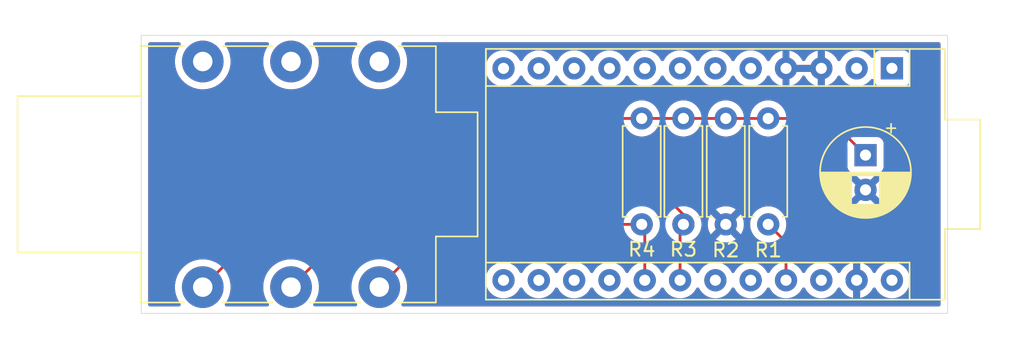
<source format=kicad_pcb>
(kicad_pcb (version 20241229) (generator "pcbnew") (generator_version "9.0")
  (layers (0 "F.Cu" signal) (2 "B.Cu" signal) (13 "F.Paste" user) (15 "B.Paste" user) (5 "F.SilkS" user "F.Silkscreen") (7 "B.SilkS" user "B.Silkscreen") (1 "F.Mask" user) (3 "B.Mask" user) (25 "Edge.Cuts" user))
  (net 0 "")
  (net 19 "GND")
  (net 20 "2.5V")
  (net 21 "Net-(U1-D18{slash}A0)")
  (net 22 "Net-(U1-D19{slash}A1)")
  (net 23 "+5V")
  (footprint "Resistor_THT:R_Axial_DIN0207_L6.3mm_D2.5mm_P7.62mm_Horizontal" (layer "F.Cu") (at 198.15 76.53 -90)
    (property "Reference" "R3" (at 9.42 0 0) (layer "F.SilkS"))
    (property "Value" "1M")
    (fp_line (start 0.54 1.37) (end 7.08 1.37) (stroke (width 0.12)) (layer "F.SilkS"))
    (fp_line (start 7.08 1.37) (end 7.08 1.04) (stroke (width 0.12)) (layer "F.SilkS"))
    (fp_line (start 0.54 1.04) (end 0.54 1.37) (stroke (width 0.12)) (layer "F.SilkS"))
    (fp_line (start 0.54 -1.04) (end 0.54 -1.37) (stroke (width 0.12)) (layer "F.SilkS"))
    (fp_line (start 0.54 -1.37) (end 7.08 -1.37) (stroke (width 0.12)) (layer "F.SilkS"))
    (fp_line (start 7.08 -1.37) (end 7.08 -1.04) (stroke (width 0.12)) (layer "F.SilkS"))
    (pad "1" thru_hole circle (at 0 0 270) (size 1.6 1.6) (drill 0.8) (layers "*.Cu" "*.Mask") (net 20 "2.5V"))
    (pad "2" thru_hole oval (at 7.62 0 270) (size 1.6 1.6) (drill 0.8) (layers "*.Cu" "*.Mask") (net 22 "Net-(U1-D19{slash}A1)"))
  )
  (footprint "footprints:Sparkfun_Pro_Micro" (layer "F.Cu") (at 185.21 88.1685 90)
    (property "Reference" "U1" (hide yes))
    (property "Value" "Sparkfun_Pro_Micro")
    (fp_line (start 16.637 -1.27) (end 1.27 -1.27) (stroke (width 0.12)) (layer "F.SilkS"))
    (fp_line (start 13.97 -1.27) (end 16.64 -1.27) (stroke (width 0.12)) (layer "F.SilkS"))
    (fp_line (start 13.97 -1.27) (end 13.97 29.21) (stroke (width 0.12)) (layer "F.SilkS"))
    (fp_line (start 1.27 -1.27) (end -1.397 -1.27) (stroke (width 0.12)) (layer "F.SilkS"))
    (fp_line (start -1.397 -1.27) (end -1.397 31.75) (stroke (width 0.12)) (layer "F.SilkS"))
    (fp_line (start 1.27 1.27) (end 1.27 -1.27) (stroke (width 0.12)) (layer "F.SilkS"))
    (fp_line (start 1.27 1.27) (end 1.27 29.21) (stroke (width 0.12)) (layer "F.SilkS"))
    (fp_line (start 13.97 26.67) (end 16.64 26.67) (stroke (width 0.12)) (layer "F.SilkS"))
    (fp_line (start 13.97 29.21) (end 16.64 29.21) (stroke (width 0.12)) (layer "F.SilkS"))
    (fp_line (start 1.27 29.21) (end -1.4 29.21) (stroke (width 0.12)) (layer "F.SilkS"))
    (fp_line (start 16.637 31.75) (end 16.64 -1.27) (stroke (width 0.12)) (layer "F.SilkS"))
    (fp_line (start 11.557 31.75) (end 16.637 31.75) (stroke (width 0.12)) (layer "F.SilkS"))
    (fp_line (start -1.397 31.75) (end 3.683 31.75) (stroke (width 0.12)) (layer "F.SilkS"))
    (fp_line (start 11.557 34.29) (end 11.557 31.75) (stroke (width 0.12)) (layer "F.SilkS"))
    (fp_line (start 3.683 34.29) (end 3.683 31.75) (stroke (width 0.12)) (layer "F.SilkS"))
    (fp_line (start 3.683 34.29) (end 11.557 34.29) (stroke (width 0.12)) (layer "F.SilkS"))
    (pad "1" thru_hole rect (at 15.24 27.94 90) (size 1.6 1.6) (drill 0.8) (layers "*.Cu" "*.Mask"))
    (pad "2" thru_hole oval (at 15.24 25.4 90) (size 1.6 1.6) (drill 0.8) (layers "*.Cu" "*.Mask"))
    (pad "3" thru_hole oval (at 15.24 22.86 90) (size 1.6 1.6) (drill 0.8) (layers "*.Cu" "*.Mask") (net 19 "GND"))
    (pad "4" thru_hole oval (at 15.24 20.32 90) (size 1.6 1.6) (drill 0.8) (layers "*.Cu" "*.Mask") (net 19 "GND"))
    (pad "5" thru_hole oval (at 15.24 17.78 90) (size 1.6 1.6) (drill 0.8) (layers "*.Cu" "*.Mask"))
    (pad "6" thru_hole oval (at 15.24 15.24 90) (size 1.6 1.6) (drill 0.8) (layers "*.Cu" "*.Mask"))
    (pad "7" thru_hole oval (at 15.24 12.7 90) (size 1.6 1.6) (drill 0.8) (layers "*.Cu" "*.Mask"))
    (pad "8" thru_hole oval (at 15.24 10.16 90) (size 1.6 1.6) (drill 0.8) (layers "*.Cu" "*.Mask"))
    (pad "9" thru_hole oval (at 15.24 7.62 90) (size 1.6 1.6) (drill 0.8) (layers "*.Cu" "*.Mask"))
    (pad "10" thru_hole oval (at 15.24 5.08 90) (size 1.6 1.6) (drill 0.8) (layers "*.Cu" "*.Mask"))
    (pad "11" thru_hole oval (at 15.24 2.54 90) (size 1.6 1.6) (drill 0.8) (layers "*.Cu" "*.Mask"))
    (pad "12" thru_hole oval (at 15.24 0 90) (size 1.6 1.6) (drill 0.8) (layers "*.Cu" "*.Mask"))
    (pad "13" thru_hole oval (at 0 0 90) (size 1.6 1.6) (drill 0.8) (layers "*.Cu" "*.Mask"))
    (pad "14" thru_hole oval (at 0 2.54 90) (size 1.6 1.6) (drill 0.8) (layers "*.Cu" "*.Mask"))
    (pad "15" thru_hole oval (at 0 5.08 90) (size 1.6 1.6) (drill 0.8) (layers "*.Cu" "*.Mask"))
    (pad "16" thru_hole oval (at 0 7.62 90) (size 1.6 1.6) (drill 0.8) (layers "*.Cu" "*.Mask"))
    (pad "17" thru_hole oval (at 0 10.16 90) (size 1.6 1.6) (drill 0.8) (layers "*.Cu" "*.Mask") (net 21 "Net-(U1-D18{slash}A0)"))
    (pad "18" thru_hole oval (at 0 12.7 90) (size 1.6 1.6) (drill 0.8) (layers "*.Cu" "*.Mask") (net 22 "Net-(U1-D19{slash}A1)"))
    (pad "19" thru_hole oval (at 0 15.24 90) (size 1.6 1.6) (drill 0.8) (layers "*.Cu" "*.Mask"))
    (pad "20" thru_hole oval (at 0 17.78 90) (size 1.6 1.6) (drill 0.8) (layers "*.Cu" "*.Mask"))
    (pad "21" thru_hole oval (at 0 20.32 90) (size 1.6 1.6) (drill 0.8) (layers "*.Cu" "*.Mask") (net 23 "+5V"))
    (pad "22" thru_hole oval (at 0 22.86 90) (size 1.6 1.6) (drill 0.8) (layers "*.Cu" "*.Mask"))
    (pad "23" thru_hole oval (at 0 25.4 90) (size 1.6 1.6) (drill 0.8) (layers "*.Cu" "*.Mask") (net 19 "GND"))
    (pad "24" thru_hole oval (at 0 27.94 90) (size 1.6 1.6) (drill 0.8) (layers "*.Cu" "*.Mask"))
  )
  (footprint "Capacitor_THT:CP_Radial_D6.3mm_P2.50mm" (layer "F.Cu") (at 211.25 79.167621 -90)
    (property "Reference" "C1" (hide yes))
    (property "Value" "100u")
    (fp_line (start 1.49 1.04) (end 1.49 3.222) (stroke (width 0.12)) (layer "F.SilkS"))
    (fp_line (start 1.53 1.04) (end 1.53 3.218) (stroke (width 0.12)) (layer "F.SilkS"))
    (fp_line (start 1.57 1.04) (end 1.57 3.215) (stroke (width 0.12)) (layer "F.SilkS"))
    (fp_line (start 1.61 1.04) (end 1.61 3.211) (stroke (width 0.12)) (layer "F.SilkS"))
    (fp_line (start 1.65 1.04) (end 1.65 3.206) (stroke (width 0.12)) (layer "F.SilkS"))
    (fp_line (start 1.69 1.04) (end 1.69 3.201) (stroke (width 0.12)) (layer "F.SilkS"))
    (fp_line (start 1.73 1.04) (end 1.73 3.195) (stroke (width 0.12)) (layer "F.SilkS"))
    (fp_line (start 1.77 1.04) (end 1.77 3.189) (stroke (width 0.12)) (layer "F.SilkS"))
    (fp_line (start 1.81 1.04) (end 1.81 3.182) (stroke (width 0.12)) (layer "F.SilkS"))
    (fp_line (start 1.85 1.04) (end 1.85 3.175) (stroke (width 0.12)) (layer "F.SilkS"))
    (fp_line (start 1.89 1.04) (end 1.89 3.167) (stroke (width 0.12)) (layer "F.SilkS"))
    (fp_line (start 1.93 1.04) (end 1.93 3.159) (stroke (width 0.12)) (layer "F.SilkS"))
    (fp_line (start 1.971 1.04) (end 1.971 3.15) (stroke (width 0.12)) (layer "F.SilkS"))
    (fp_line (start 2.011 1.04) (end 2.011 3.141) (stroke (width 0.12)) (layer "F.SilkS"))
    (fp_line (start 2.051 1.04) (end 2.051 3.131) (stroke (width 0.12)) (layer "F.SilkS"))
    (fp_line (start 2.091 1.04) (end 2.091 3.121) (stroke (width 0.12)) (layer "F.SilkS"))
    (fp_line (start 2.131 1.04) (end 2.131 3.11) (stroke (width 0.12)) (layer "F.SilkS"))
    (fp_line (start 2.171 1.04) (end 2.171 3.098) (stroke (width 0.12)) (layer "F.SilkS"))
    (fp_line (start 2.211 1.04) (end 2.211 3.086) (stroke (width 0.12)) (layer "F.SilkS"))
    (fp_line (start 2.251 1.04) (end 2.251 3.074) (stroke (width 0.12)) (layer "F.SilkS"))
    (fp_line (start 2.291 1.04) (end 2.291 3.061) (stroke (width 0.12)) (layer "F.SilkS"))
    (fp_line (start 2.331 1.04) (end 2.331 3.047) (stroke (width 0.12)) (layer "F.SilkS"))
    (fp_line (start 2.371 1.04) (end 2.371 3.033) (stroke (width 0.12)) (layer "F.SilkS"))
    (fp_line (start 2.411 1.04) (end 2.411 3.018) (stroke (width 0.12)) (layer "F.SilkS"))
    (fp_line (start 2.451 1.04) (end 2.451 3.002) (stroke (width 0.12)) (layer "F.SilkS"))
    (fp_line (start 2.491 1.04) (end 2.491 2.986) (stroke (width 0.12)) (layer "F.SilkS"))
    (fp_line (start 2.531 1.04) (end 2.531 2.97) (stroke (width 0.12)) (layer "F.SilkS"))
    (fp_line (start 2.571 1.04) (end 2.571 2.952) (stroke (width 0.12)) (layer "F.SilkS"))
    (fp_line (start 2.611 1.04) (end 2.611 2.934) (stroke (width 0.12)) (layer "F.SilkS"))
    (fp_line (start 2.651 1.04) (end 2.651 2.916) (stroke (width 0.12)) (layer "F.SilkS"))
    (fp_line (start 2.691 1.04) (end 2.691 2.896) (stroke (width 0.12)) (layer "F.SilkS"))
    (fp_line (start 2.731 1.04) (end 2.731 2.876) (stroke (width 0.12)) (layer "F.SilkS"))
    (fp_line (start 2.771 1.04) (end 2.771 2.856) (stroke (width 0.12)) (layer "F.SilkS"))
    (fp_line (start 2.811 1.04) (end 2.811 2.834) (stroke (width 0.12)) (layer "F.SilkS"))
    (fp_line (start 2.851 1.04) (end 2.851 2.812) (stroke (width 0.12)) (layer "F.SilkS"))
    (fp_line (start 2.891 1.04) (end 2.891 2.79) (stroke (width 0.12)) (layer "F.SilkS"))
    (fp_line (start 2.931 1.04) (end 2.931 2.766) (stroke (width 0.12)) (layer "F.SilkS"))
    (fp_line (start 2.971 1.04) (end 2.971 2.742) (stroke (width 0.12)) (layer "F.SilkS"))
    (fp_line (start 3.011 1.04) (end 3.011 2.716) (stroke (width 0.12)) (layer "F.SilkS"))
    (fp_line (start 3.051 1.04) (end 3.051 2.69) (stroke (width 0.12)) (layer "F.SilkS"))
    (fp_line (start 3.091 1.04) (end 3.091 2.664) (stroke (width 0.12)) (layer "F.SilkS"))
    (fp_line (start 3.131 1.04) (end 3.131 2.636) (stroke (width 0.12)) (layer "F.SilkS"))
    (fp_line (start 3.171 1.04) (end 3.171 2.607) (stroke (width 0.12)) (layer "F.SilkS"))
    (fp_line (start 3.211 1.04) (end 3.211 2.578) (stroke (width 0.12)) (layer "F.SilkS"))
    (fp_line (start 3.251 1.04) (end 3.251 2.548) (stroke (width 0.12)) (layer "F.SilkS"))
    (fp_line (start 3.291 1.04) (end 3.291 2.516) (stroke (width 0.12)) (layer "F.SilkS"))
    (fp_line (start 3.331 1.04) (end 3.331 2.484) (stroke (width 0.12)) (layer "F.SilkS"))
    (fp_line (start 3.371 1.04) (end 3.371 2.45) (stroke (width 0.12)) (layer "F.SilkS"))
    (fp_line (start 3.411 1.04) (end 3.411 2.416) (stroke (width 0.12)) (layer "F.SilkS"))
    (fp_line (start 3.451 1.04) (end 3.451 2.38) (stroke (width 0.12)) (layer "F.SilkS"))
    (fp_line (start 3.491 1.04) (end 3.491 2.343) (stroke (width 0.12)) (layer "F.SilkS"))
    (fp_line (start 3.531 1.04) (end 3.531 2.305) (stroke (width 0.12)) (layer "F.SilkS"))
    (fp_line (start 4.491 -0.402) (end 4.491 0.402) (stroke (width 0.12)) (layer "F.SilkS"))
    (fp_line (start 4.451 -0.633) (end 4.451 0.633) (stroke (width 0.12)) (layer "F.SilkS"))
    (fp_line (start 4.411 -0.802) (end 4.411 0.802) (stroke (width 0.12)) (layer "F.SilkS"))
    (fp_line (start 4.371 -0.94) (end 4.371 0.94) (stroke (width 0.12)) (layer "F.SilkS"))
    (fp_line (start 4.331 -1.059) (end 4.331 1.059) (stroke (width 0.12)) (layer "F.SilkS"))
    (fp_line (start 4.291 -1.165) (end 4.291 1.165) (stroke (width 0.12)) (layer "F.SilkS"))
    (fp_line (start 4.251 -1.262) (end 4.251 1.262) (stroke (width 0.12)) (layer "F.SilkS"))
    (fp_line (start 4.211 -1.35) (end 4.211 1.35) (stroke (width 0.12)) (layer "F.SilkS"))
    (fp_line (start 4.171 -1.432) (end 4.171 1.432) (stroke (width 0.12)) (layer "F.SilkS"))
    (fp_line (start 4.131 -1.509) (end 4.131 1.509) (stroke (width 0.12)) (layer "F.SilkS"))
    (fp_line (start 4.091 -1.581) (end 4.091 1.581) (stroke (width 0.12)) (layer "F.SilkS"))
    (fp_line (start 4.051 -1.65) (end 4.051 1.65) (stroke (width 0.12)) (layer "F.SilkS"))
    (fp_line (start 4.011 -1.714) (end 4.011 1.714) (stroke (width 0.12)) (layer "F.SilkS"))
    (fp_line (start 3.971 -1.776) (end 3.971 1.776) (stroke (width 0.12)) (layer "F.SilkS"))
    (fp_line (start 3.931 -1.834) (end 3.931 1.834) (stroke (width 0.12)) (layer "F.SilkS"))
    (fp_line (start -2.250241 -1.839) (end -1.620241 -1.839) (stroke (width 0.12)) (layer "F.SilkS"))
    (fp_line (start 3.891 -1.89) (end 3.891 1.89) (stroke (width 0.12)) (layer "F.SilkS"))
    (fp_line (start 3.851 -1.944) (end 3.851 1.944) (stroke (width 0.12)) (layer "F.SilkS"))
    (fp_line (start 3.811 -1.995) (end 3.811 1.995) (stroke (width 0.12)) (layer "F.SilkS"))
    (fp_line (start 3.771 -2.044) (end 3.771 2.044) (stroke (width 0.12)) (layer "F.SilkS"))
    (fp_line (start 3.731 -2.092) (end 3.731 2.092) (stroke (width 0.12)) (layer "F.SilkS"))
    (fp_line (start 3.691 -2.137) (end 3.691 2.137) (stroke (width 0.12)) (layer "F.SilkS"))
    (fp_line (start -1.935241 -2.154) (end -1.935241 -1.524) (stroke (width 0.12)) (layer "F.SilkS"))
    (fp_line (start 3.651 -2.182) (end 3.651 2.182) (stroke (width 0.12)) (layer "F.SilkS"))
    (fp_line (start 3.611 -2.224) (end 3.611 2.224) (stroke (width 0.12)) (layer "F.SilkS"))
    (fp_line (start 3.571 -2.265) (end 3.571 2.265) (stroke (width 0.12)) (layer "F.SilkS"))
    (fp_line (start 3.531 -2.305) (end 3.531 -1.04) (stroke (width 0.12)) (layer "F.SilkS"))
    (fp_line (start 3.491 -2.343) (end 3.491 -1.04) (stroke (width 0.12)) (layer "F.SilkS"))
    (fp_line (start 3.451 -2.38) (end 3.451 -1.04) (stroke (width 0.12)) (layer "F.SilkS"))
    (fp_line (start 3.411 -2.416) (end 3.411 -1.04) (stroke (width 0.12)) (layer "F.SilkS"))
    (fp_line (start 3.371 -2.45) (end 3.371 -1.04) (stroke (width 0.12)) (layer "F.SilkS"))
    (fp_line (start 3.331 -2.484) (end 3.331 -1.04) (stroke (width 0.12)) (layer "F.SilkS"))
    (fp_line (start 3.291 -2.516) (end 3.291 -1.04) (stroke (width 0.12)) (layer "F.SilkS"))
    (fp_line (start 3.251 -2.548) (end 3.251 -1.04) (stroke (width 0.12)) (layer "F.SilkS"))
    (fp_line (start 3.211 -2.578) (end 3.211 -1.04) (stroke (width 0.12)) (layer "F.SilkS"))
    (fp_line (start 3.171 -2.607) (end 3.171 -1.04) (stroke (width 0.12)) (layer "F.SilkS"))
    (fp_line (start 3.131 -2.636) (end 3.131 -1.04) (stroke (width 0.12)) (layer "F.SilkS"))
    (fp_line (start 3.091 -2.664) (end 3.091 -1.04) (stroke (width 0.12)) (layer "F.SilkS"))
    (fp_line (start 3.051 -2.69) (end 3.051 -1.04) (stroke (width 0.12)) (layer "F.SilkS"))
    (fp_line (start 3.011 -2.716) (end 3.011 -1.04) (stroke (width 0.12)) (layer "F.SilkS"))
    (fp_line (start 2.971 -2.742) (end 2.971 -1.04) (stroke (width 0.12)) (layer "F.SilkS"))
    (fp_line (start 2.931 -2.766) (end 2.931 -1.04) (stroke (width 0.12)) (layer "F.SilkS"))
    (fp_line (start 2.891 -2.79) (end 2.891 -1.04) (stroke (width 0.12)) (layer "F.SilkS"))
    (fp_line (start 2.851 -2.812) (end 2.851 -1.04) (stroke (width 0.12)) (layer "F.SilkS"))
    (fp_line (start 2.811 -2.834) (end 2.811 -1.04) (stroke (width 0.12)) (layer "F.SilkS"))
    (fp_line (start 2.771 -2.856) (end 2.771 -1.04) (stroke (width 0.12)) (layer "F.SilkS"))
    (fp_line (start 2.731 -2.876) (end 2.731 -1.04) (stroke (width 0.12)) (layer "F.SilkS"))
    (fp_line (start 2.691 -2.896) (end 2.691 -1.04) (stroke (width 0.12)) (layer "F.SilkS"))
    (fp_line (start 2.651 -2.916) (end 2.651 -1.04) (stroke (width 0.12)) (layer "F.SilkS"))
    (fp_line (start 2.611 -2.934) (end 2.611 -1.04) (stroke (width 0.12)) (layer "F.SilkS"))
    (fp_line (start 2.571 -2.952) (end 2.571 -1.04) (stroke (width 0.12)) (layer "F.SilkS"))
    (fp_line (start 2.531 -2.97) (end 2.531 -1.04) (stroke (width 0.12)) (layer "F.SilkS"))
    (fp_line (start 2.491 -2.986) (end 2.491 -1.04) (stroke (width 0.12)) (layer "F.SilkS"))
    (fp_line (start 2.451 -3.002) (end 2.451 -1.04) (stroke (width 0.12)) (layer "F.SilkS"))
    (fp_line (start 2.411 -3.018) (end 2.411 -1.04) (stroke (width 0.12)) (layer "F.SilkS"))
    (fp_line (start 2.371 -3.033) (end 2.371 -1.04) (stroke (width 0.12)) (layer "F.SilkS"))
    (fp_line (start 2.331 -3.047) (end 2.331 -1.04) (stroke (width 0.12)) (layer "F.SilkS"))
    (fp_line (start 2.291 -3.061) (end 2.291 -1.04) (stroke (width 0.12)) (layer "F.SilkS"))
    (fp_line (start 2.251 -3.074) (end 2.251 -1.04) (stroke (width 0.12)) (layer "F.SilkS"))
    (fp_line (start 2.211 -3.086) (end 2.211 -1.04) (stroke (width 0.12)) (layer "F.SilkS"))
    (fp_line (start 2.171 -3.098) (end 2.171 -1.04) (stroke (width 0.12)) (layer "F.SilkS"))
    (fp_line (start 2.131 -3.11) (end 2.131 -1.04) (stroke (width 0.12)) (layer "F.SilkS"))
    (fp_line (start 2.091 -3.121) (end 2.091 -1.04) (stroke (width 0.12)) (layer "F.SilkS"))
    (fp_line (start 2.051 -3.131) (end 2.051 -1.04) (stroke (width 0.12)) (layer "F.SilkS"))
    (fp_line (start 2.011 -3.141) (end 2.011 -1.04) (stroke (width 0.12)) (layer "F.SilkS"))
    (fp_line (start 1.971 -3.15) (end 1.971 -1.04) (stroke (width 0.12)) (layer "F.SilkS"))
    (fp_line (start 1.93 -3.159) (end 1.93 -1.04) (stroke (width 0.12)) (layer "F.SilkS"))
    (fp_line (start 1.89 -3.167) (end 1.89 -1.04) (stroke (width 0.12)) (layer "F.SilkS"))
    (fp_line (start 1.85 -3.175) (end 1.85 -1.04) (stroke (width 0.12)) (layer "F.SilkS"))
    (fp_line (start 1.81 -3.182) (end 1.81 -1.04) (stroke (width 0.12)) (layer "F.SilkS"))
    (fp_line (start 1.77 -3.189) (end 1.77 -1.04) (stroke (width 0.12)) (layer "F.SilkS"))
    (fp_line (start 1.73 -3.195) (end 1.73 -1.04) (stroke (width 0.12)) (layer "F.SilkS"))
    (fp_line (start 1.69 -3.201) (end 1.69 -1.04) (stroke (width 0.12)) (layer "F.SilkS"))
    (fp_line (start 1.65 -3.206) (end 1.65 -1.04) (stroke (width 0.12)) (layer "F.SilkS"))
    (fp_line (start 1.61 -3.211) (end 1.61 -1.04) (stroke (width 0.12)) (layer "F.SilkS"))
    (fp_line (start 1.57 -3.215) (end 1.57 -1.04) (stroke (width 0.12)) (layer "F.SilkS"))
    (fp_line (start 1.53 -3.218) (end 1.53 -1.04) (stroke (width 0.12)) (layer "F.SilkS"))
    (fp_line (start 1.49 -3.222) (end 1.49 -1.04) (stroke (width 0.12)) (layer "F.SilkS"))
    (fp_line (start 1.45 -3.224) (end 1.45 3.224) (stroke (width 0.12)) (layer "F.SilkS"))
    (fp_line (start 1.41 -3.227) (end 1.41 3.227) (stroke (width 0.12)) (layer "F.SilkS"))
    (fp_line (start 1.37 -3.228) (end 1.37 3.228) (stroke (width 0.12)) (layer "F.SilkS"))
    (fp_line (start 1.25 -3.23) (end 1.25 3.23) (stroke (width 0.12)) (layer "F.SilkS"))
    (fp_line (start 1.29 -3.23) (end 1.29 3.23) (stroke (width 0.12)) (layer "F.SilkS"))
    (fp_line (start 1.33 -3.23) (end 1.33 3.23) (stroke (width 0.12)) (layer "F.SilkS"))
    (fp_circle (center 1.25 0) (end 4.52 0) (stroke (width 0.12)) (fill no) (layer "F.SilkS"))
    (pad "1" thru_hole rect (at 0 0 270) (size 1.6 1.6) (drill 0.8) (layers "*.Cu" "*.Mask") (net 20 "2.5V"))
    (pad "2" thru_hole circle (at 2.5 0 270) (size 1.6 1.6) (drill 0.8) (layers "*.Cu" "*.Mask") (net 19 "GND"))
  )
  (footprint "Connector_Audio:Jack_6.35mm_Neutrik_NMJ6HFD2_Horizontal" (layer "F.Cu") (at 176.275 88.665 180)
    (property "Reference" "J2" (hide yes))
    (property "Value" "AudioJack3_Switch")
    (fp_line (start 26.02 13.735) (end 26.02 2.495) (stroke (width 0.12)) (layer "F.SilkS"))
    (fp_line (start 17.17 17.335) (end 17.17 13.735) (stroke (width 0.12)) (layer "F.SilkS"))
    (fp_line (start 17.17 17.335) (end 14.05 17.335) (stroke (width 0.12)) (layer "F.SilkS"))
    (fp_line (start 17.17 13.735) (end 26.02 13.735) (stroke (width 0.12)) (layer "F.SilkS"))
    (fp_line (start 17.17 2.495) (end 26.02 2.495) (stroke (width 0.12)) (layer "F.SilkS"))
    (fp_line (start 17.17 2.495) (end 17.17 -1.105) (stroke (width 0.12)) (layer "F.SilkS"))
    (fp_line (start 17.17 -1.105) (end 14.05 -1.105) (stroke (width 0.12)) (layer "F.SilkS"))
    (fp_line (start 11.3 17.335) (end 7.7 17.335) (stroke (width 0.12)) (layer "F.SilkS"))
    (fp_line (start 7.7 -1.105) (end 11.3 -1.105) (stroke (width 0.12)) (layer "F.SilkS"))
    (fp_line (start 5 17.335) (end 1.4 17.335) (stroke (width 0.12)) (layer "F.SilkS"))
    (fp_line (start 1.4 -1.105) (end 5 -1.105) (stroke (width 0.12)) (layer "F.SilkS"))
    (fp_line (start -1.35 17.335) (end -4.07 17.335) (stroke (width 0.12)) (layer "F.SilkS"))
    (fp_line (start -4.07 17.335) (end -4.07 12.585) (stroke (width 0.12)) (layer "F.SilkS"))
    (fp_line (start -4.07 3.645) (end -4.07 -1.105) (stroke (width 0.12)) (layer "F.SilkS"))
    (fp_line (start -4.07 -1.105) (end -1.35 -1.105) (stroke (width 0.12)) (layer "F.SilkS"))
    (fp_line (start -7.07 12.585) (end -4.07 12.585) (stroke (width 0.12)) (layer "F.SilkS"))
    (fp_line (start -7.07 12.545) (end -7.07 3.645) (stroke (width 0.12)) (layer "F.SilkS"))
    (fp_line (start -7.07 3.645) (end -4.07 3.645) (stroke (width 0.12)) (layer "F.SilkS"))
    (pad "R" thru_hole circle (at 6.35 0 180) (size 3 3) (drill 1.4) (layers "*.Cu" "*.Mask") (net 22 "Net-(U1-D19{slash}A1)"))
    (pad "RN" thru_hole circle (at 6.35 16.23 180) (size 3 3) (drill 1.4) (layers "*.Cu" "*.Mask"))
    (pad "S" thru_hole circle (at 12.7 0 180) (size 3 3) (drill 1.4) (layers "*.Cu" "*.Mask") (net 20 "2.5V"))
    (pad "SN" thru_hole circle (at 12.7 16.23 180) (size 3 3) (drill 1.4) (layers "*.Cu" "*.Mask"))
    (pad "T" thru_hole circle (at 0 0 180) (size 3 3) (drill 1.4) (layers "*.Cu" "*.Mask") (net 21 "Net-(U1-D18{slash}A0)"))
    (pad "TN" thru_hole circle (at 0 16.23 180) (size 3 3) (drill 1.4) (layers "*.Cu" "*.Mask"))
  )
  (footprint "Resistor_THT:R_Axial_DIN0207_L6.3mm_D2.5mm_P7.62mm_Horizontal" (layer "F.Cu") (at 204.25 76.53 -90)
    (property "Reference" "R1" (at 9.47 0 180) (layer "F.SilkS"))
    (property "Value" "100k")
    (fp_line (start 0.54 1.37) (end 7.08 1.37) (stroke (width 0.12)) (layer "F.SilkS"))
    (fp_line (start 7.08 1.37) (end 7.08 1.04) (stroke (width 0.12)) (layer "F.SilkS"))
    (fp_line (start 0.54 1.04) (end 0.54 1.37) (stroke (width 0.12)) (layer "F.SilkS"))
    (fp_line (start 0.54 -1.04) (end 0.54 -1.37) (stroke (width 0.12)) (layer "F.SilkS"))
    (fp_line (start 0.54 -1.37) (end 7.08 -1.37) (stroke (width 0.12)) (layer "F.SilkS"))
    (fp_line (start 7.08 -1.37) (end 7.08 -1.04) (stroke (width 0.12)) (layer "F.SilkS"))
    (pad "1" thru_hole circle (at 0 0 270) (size 1.6 1.6) (drill 0.8) (layers "*.Cu" "*.Mask") (net 20 "2.5V"))
    (pad "2" thru_hole oval (at 7.62 0 270) (size 1.6 1.6) (drill 0.8) (layers "*.Cu" "*.Mask") (net 23 "+5V"))
  )
  (footprint "Resistor_THT:R_Axial_DIN0207_L6.3mm_D2.5mm_P7.62mm_Horizontal" (layer "F.Cu") (at 201.2 84.15 90)
    (property "Reference" "R2" (at -1.85 0 180) (layer "F.SilkS"))
    (property "Value" "100k")
    (fp_line (start 7.08 -1.37) (end 7.08 -1.04) (stroke (width 0.12)) (layer "F.SilkS"))
    (fp_line (start 0.54 -1.37) (end 7.08 -1.37) (stroke (width 0.12)) (layer "F.SilkS"))
    (fp_line (start 0.54 -1.04) (end 0.54 -1.37) (stroke (width 0.12)) (layer "F.SilkS"))
    (fp_line (start 0.54 1.04) (end 0.54 1.37) (stroke (width 0.12)) (layer "F.SilkS"))
    (fp_line (start 7.08 1.37) (end 7.08 1.04) (stroke (width 0.12)) (layer "F.SilkS"))
    (fp_line (start 0.54 1.37) (end 7.08 1.37) (stroke (width 0.12)) (layer "F.SilkS"))
    (pad "1" thru_hole circle (at 0 0 90) (size 1.6 1.6) (drill 0.8) (layers "*.Cu" "*.Mask") (net 19 "GND"))
    (pad "2" thru_hole oval (at 7.62 0 90) (size 1.6 1.6) (drill 0.8) (layers "*.Cu" "*.Mask") (net 20 "2.5V"))
  )
  (footprint "Resistor_THT:R_Axial_DIN0207_L6.3mm_D2.5mm_P7.62mm_Horizontal" (layer "F.Cu") (at 195.15 76.53 -90)
    (property "Reference" "R4" (at 9.42 0 0) (layer "F.SilkS"))
    (property "Value" "1M")
    (fp_line (start 0.54 1.37) (end 7.08 1.37) (stroke (width 0.12)) (layer "F.SilkS"))
    (fp_line (start 7.08 1.37) (end 7.08 1.04) (stroke (width 0.12)) (layer "F.SilkS"))
    (fp_line (start 0.54 1.04) (end 0.54 1.37) (stroke (width 0.12)) (layer "F.SilkS"))
    (fp_line (start 0.54 -1.04) (end 0.54 -1.37) (stroke (width 0.12)) (layer "F.SilkS"))
    (fp_line (start 0.54 -1.37) (end 7.08 -1.37) (stroke (width 0.12)) (layer "F.SilkS"))
    (fp_line (start 7.08 -1.37) (end 7.08 -1.04) (stroke (width 0.12)) (layer "F.SilkS"))
    (pad "1" thru_hole circle (at 0 0 270) (size 1.6 1.6) (drill 0.8) (layers "*.Cu" "*.Mask") (net 20 "2.5V"))
    (pad "2" thru_hole oval (at 7.62 0 270) (size 1.6 1.6) (drill 0.8) (layers "*.Cu" "*.Mask") (net 21 "Net-(U1-D18{slash}A0)"))
  )
  (gr_rect (start 159.15 70.55) (end 217.15 90.55) (stroke (width 0.05)) (fill no) (layer "Edge.Cuts"))
  (segment (start 175.71 76.53) (end 195.15 76.53) (width 0.2) (layer "F.Cu") (net 20))
  (segment (start 204.25 76.53) (end 208.612379 76.53) (width 0.2) (layer "F.Cu") (net 20))
  (segment (start 208.612379 76.53) (end 211.25 79.167621) (width 0.2) (layer "F.Cu") (net 20))
  (segment (start 195.15 76.53) (end 204.25 76.53) (width 0.2) (layer "F.Cu") (net 20))
  (segment (start 163.575 88.665) (end 175.71 76.53) (width 0.2) (layer "F.Cu") (net 20))
  (segment (start 180.79 84.15) (end 195.15 84.15) (width 0.2) (layer "F.Cu") (net 21))
  (segment (start 195.37 84.37) (end 195.15 84.15) (width 0.2) (layer "F.Cu") (net 21))
  (segment (start 176.275 88.665) (end 180.79 84.15) (width 0.2) (layer "F.Cu") (net 21))
  (segment (start 195.37 88.1685) (end 195.37 84.37) (width 0.2) (layer "F.Cu") (net 21))
  (segment (start 197.91 84.39) (end 198.15 84.15) (width 0.2) (layer "F.Cu") (net 22))
  (segment (start 169.925 88.665) (end 177.24 81.35) (width 0.2) (layer "F.Cu") (net 22))
  (segment (start 198.15 83.45) (end 198.15 84.15) (width 0.2) (layer "F.Cu") (net 22))
  (segment (start 177.24 81.35) (end 196.05 81.35) (width 0.2) (layer "F.Cu") (net 22))
  (segment (start 197.91 88.1685) (end 197.91 84.39) (width 0.2) (layer "F.Cu") (net 22))
  (segment (start 196.05 81.35) (end 198.15 83.45) (width 0.2) (layer "F.Cu") (net 22))
  (segment (start 205.53 85.43) (end 204.25 84.15) (width 0.2) (layer "F.Cu") (net 23))
  (segment (start 205.53 88.1685) (end 205.53 85.43) (width 0.2) (layer "F.Cu") (net 23))
  (zone (net 19) (net_name "GND") (layers "F.Cu" "B.Cu") (connect_pads (clearance 0.5)) (min_thickness 0.25) (fill yes (thermal_gap 0.5) (thermal_bridge_width 0.5))
    (polygon (pts (xy 148.99 68.01) (xy 148.99 93.41) (xy 222.65 93.41) (xy 222.65 68.01)))
  )
)
</source>
